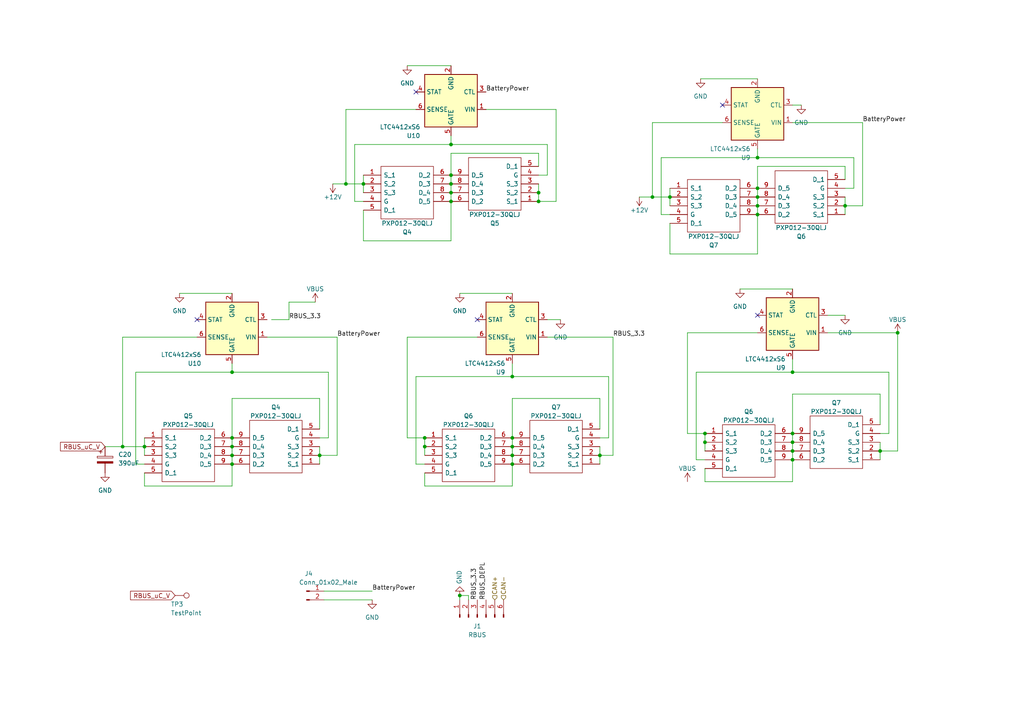
<source format=kicad_sch>
(kicad_sch (version 20230121) (generator eeschema)
  (paper "A4")
  (lib_symbols
    (symbol "Connector:Conn_01x02_Male" (pin_names (offset 1.016) hide)
      (property "Reference" "J" (at 0 2.54 0))
      (property "Value" "Conn_01x02_Male" (at 0 -5.08 0))
      (symbol "Conn_01x02_Male_1_1"
        (polyline (pts (xy 1.27 -2.54) (xy 0.8636 -2.54)) (stroke (width 0.1524)))
        (polyline (pts (xy 1.27 0) (xy 0.8636 0)) (stroke (width 0.1524)))
        (rectangle (start 0.8636 -2.413) (end 0 -2.667) (stroke (width 0.1524)) (fill (type outline)))
        (rectangle (start 0.8636 0.127) (end 0 -0.127) (stroke (width 0.1524)) (fill (type outline)))
        (pin passive line (at 5.08 0 180) (length 3.81) (name "Pin_1") (number "1"))
        (pin passive line (at 5.08 -2.54 180) (length 3.81) (name "Pin_2") (number "2"))
      )
    )
    (symbol "Connector:Conn_01x06_Male" (pin_names (offset 1.016) hide)
      (property "Reference" "J" (at 0 7.62 0))
      (property "Value" "Conn_01x06_Male" (at 0 -10.16 0))
      (symbol "Conn_01x06_Male_1_1"
        (polyline (pts (xy 1.27 -7.62) (xy 0.8636 -7.62)) (stroke (width 0.1524)))
        (polyline (pts (xy 1.27 -5.08) (xy 0.8636 -5.08)) (stroke (width 0.1524)))
        (polyline (pts (xy 1.27 -2.54) (xy 0.8636 -2.54)) (stroke (width 0.1524)))
        (polyline (pts (xy 1.27 0) (xy 0.8636 0)) (stroke (width 0.1524)))
        (polyline (pts (xy 1.27 2.54) (xy 0.8636 2.54)) (stroke (width 0.1524)))
        (polyline (pts (xy 1.27 5.08) (xy 0.8636 5.08)) (stroke (width 0.1524)))
        (rectangle (start 0.8636 -7.493) (end 0 -7.747) (stroke (width 0.1524)) (fill (type outline)))
        (rectangle (start 0.8636 -4.953) (end 0 -5.207) (stroke (width 0.1524)) (fill (type outline)))
        (rectangle (start 0.8636 -2.413) (end 0 -2.667) (stroke (width 0.1524)) (fill (type outline)))
        (rectangle (start 0.8636 0.127) (end 0 -0.127) (stroke (width 0.1524)) (fill (type outline)))
        (rectangle (start 0.8636 2.667) (end 0 2.413) (stroke (width 0.1524)) (fill (type outline)))
        (rectangle (start 0.8636 5.207) (end 0 4.953) (stroke (width 0.1524)) (fill (type outline)))
        (pin passive line (at 5.08 5.08 180) (length 3.81) (name "Pin_1") (number "1"))
        (pin passive line (at 5.08 2.54 180) (length 3.81) (name "Pin_2") (number "2"))
        (pin passive line (at 5.08 0 180) (length 3.81) (name "Pin_3") (number "3"))
        (pin passive line (at 5.08 -2.54 180) (length 3.81) (name "Pin_4") (number "4"))
        (pin passive line (at 5.08 -5.08 180) (length 3.81) (name "Pin_5") (number "5"))
        (pin passive line (at 5.08 -7.62 180) (length 3.81) (name "Pin_6") (number "6"))
      )
    )
    (symbol "Connector:TestPoint" (pin_numbers hide) (pin_names (offset 0.762) hide)
      (property "Reference" "TP" (at 0 6.858 0))
      (property "Value" "TestPoint" (at 0 5.08 0))
      (symbol "TestPoint_0_1"
        (circle (center 0 3.302) (radius 0.762))
      )
      (symbol "TestPoint_1_1"
        (pin passive line (at 0 0 90) (length 2.54) (name "1") (number "1"))
      )
    )
    (symbol "Device:C_Polarized" (pin_numbers hide) (pin_names (offset 0.254))
      (property "Reference" "C" (at 0.635 2.54 0))
      (property "Value" "C_Polarized" (at 0.635 -2.54 0))
      (symbol "C_Polarized_0_1"
        (rectangle (start -2.286 0.508) (end 2.286 1.016))
        (polyline (pts (xy -1.778 2.286) (xy -0.762 2.286)))
        (polyline (pts (xy -1.27 2.794) (xy -1.27 1.778)))
        (rectangle (start 2.286 -0.508) (end -2.286 -1.016) (fill (type outline)))
      )
      (symbol "C_Polarized_1_1"
        (pin passive line (at 0 3.81 270) (length 2.794) (name "~") (number "1"))
        (pin passive line (at 0 -3.81 90) (length 2.794) (name "~") (number "2"))
      )
    )
    (symbol "Power_Management:LTC4412xS6"
      (property "Reference" "U" (at -6.35 8.89 0))
      (property "Value" "LTC4412xS6" (at 6.35 8.89 0))
      (symbol "LTC4412xS6_0_1"
        (rectangle (start -7.62 7.62) (end 7.62 -7.62) (stroke (width 0.254)) (fill (type background)))
      )
      (symbol "LTC4412xS6_1_1"
        (pin power_in line (at -10.16 2.54 0) (length 2.54) (name "VIN") (number "1"))
        (pin power_in line (at 0 -10.16 90) (length 2.54) (name "GND") (number "2"))
        (pin input line (at -10.16 -2.54 0) (length 2.54) (name "CTL") (number "3"))
        (pin open_collector line (at 10.16 -2.54 180) (length 2.54) (name "STAT") (number "4"))
        (pin output line (at 0 10.16 270) (length 2.54) (name "GATE") (number "5"))
        (pin input line (at 10.16 2.54 180) (length 2.54) (name "SENSE") (number "6"))
      )
    )
    (symbol "VBUS_2" (power) (pin_names (offset 0))
      (property "Value" "VBUS_2" (at 0 3.81 0))
      (symbol "VBUS_2_0_1"
        (polyline (pts (xy -0.762 1.27) (xy 0 2.54)))
        (polyline (pts (xy 0 0) (xy 0 2.54)))
        (polyline (pts (xy 0 2.54) (xy 0.762 1.27)))
      )
      (symbol "VBUS_2_1_1"
        (pin power_in line (at 0 0 90) (length 0) hide (name "VBUS") (number "1"))
      )
    )
    (symbol "iclr:PXP012-30QLJ" (pin_names (offset 0.762))
      (property "Reference" "Q" (at 21.59 7.62 0))
      (property "Value" "PXP012-30QLJ" (at 21.59 5.08 0))
      (symbol "PXP012-30QLJ_0_0"
        (pin passive line (at 0 0 0) (length 5.08) (name "S_1") (number "1"))
        (pin passive line (at 0 -2.54 0) (length 5.08) (name "S_2") (number "2"))
        (pin passive line (at 0 -5.08 0) (length 5.08) (name "S_3") (number "3"))
        (pin passive line (at 0 -7.62 0) (length 5.08) (name "G") (number "4"))
        (pin passive line (at 0 -10.16 0) (length 5.08) (name "D_1") (number "5"))
        (pin passive line (at 25.4 0 180) (length 5.08) (name "D_2") (number "6"))
        (pin passive line (at 25.4 -2.54 180) (length 5.08) (name "D_3") (number "7"))
        (pin passive line (at 25.4 -5.08 180) (length 5.08) (name "D_4") (number "8"))
        (pin passive line (at 25.4 -7.62 180) (length 5.08) (name "D_5") (number "9"))
      )
      (symbol "PXP012-30QLJ_0_1"
        (polyline (pts (xy 5.08 2.54) (xy 20.32 2.54) (xy 20.32 -12.7) (xy 5.08 -12.7) (xy 5.08 2.54)) (stroke (width 0.1524)))
      )
    )
    (symbol "power:+12V" (power) (pin_names (offset 0))
      (property "Value" "+12V" (at 0 3.556 0))
      (symbol "+12V_0_1"
        (polyline (pts (xy -0.762 1.27) (xy 0 2.54)))
        (polyline (pts (xy 0 0) (xy 0 2.54)))
        (polyline (pts (xy 0 2.54) (xy 0.762 1.27)))
      )
      (symbol "+12V_1_1"
        (pin power_in line (at 0 0 90) (length 0) hide (name "+12V") (number "1"))
      )
    )
    (symbol "power:GND" (power) (pin_names (offset 0))
      (property "Value" "GND" (at 0 -3.81 0))
      (symbol "GND_0_1"
        (polyline (pts (xy 0 0) (xy 0 -1.27) (xy 1.27 -1.27) (xy 0 -2.54) (xy -1.27 -1.27) (xy 0 -1.27)))
      )
      (symbol "GND_1_1"
        (pin power_in line (at 0 0 270) (length 0) hide (name "GND") (number "1"))
      )
    )
    (symbol "power:VBUS" (power) (pin_names (offset 0))
      (property "Value" "VBUS" (at 0 3.81 0))
      (symbol "VBUS_0_1"
        (polyline (pts (xy -0.762 1.27) (xy 0 2.54)))
        (polyline (pts (xy 0 0) (xy 0 2.54)))
        (polyline (pts (xy 0 2.54) (xy 0.762 1.27)))
      )
      (symbol "VBUS_1_1"
        (pin power_in line (at 0 0 90) (length 0) hide (name "VBUS") (number "1"))
      )
    )
  )
  (junction (at 67.31 134.62))
  (junction (at 123.19 127))
  (junction (at 189.23 57.15))
  (junction (at 229.87 125.73))
  (junction (at 130.81 55.88))
  (junction (at 194.31 57.15))
  (junction (at 260.35 96.52))
  (junction (at 148.59 134.62))
  (junction (at 92.71 132.08))
  (junction (at 41.91 129.54))
  (junction (at 148.59 129.54))
  (junction (at 156.21 55.88))
  (junction (at 130.81 41.91))
  (junction (at 245.11 59.69))
  (junction (at 229.87 133.35))
  (junction (at 130.81 50.8))
  (junction (at 130.81 58.42))
  (junction (at 67.31 127))
  (junction (at 100.33 53.34))
  (junction (at 219.71 57.15))
  (junction (at 219.71 54.61))
  (junction (at 255.27 130.81))
  (junction (at 123.19 129.54))
  (junction (at 148.59 132.08))
  (junction (at 105.41 53.34))
  (junction (at 67.31 129.54))
  (junction (at 148.59 127))
  (junction (at 148.59 109.22))
  (junction (at 133.35 172.72))
  (junction (at 130.81 53.34))
  (junction (at 67.31 132.08))
  (junction (at 219.71 45.72))
  (junction (at 229.87 130.81))
  (junction (at 67.31 107.95))
  (junction (at 204.47 125.73))
  (junction (at 156.21 58.42))
  (junction (at 229.87 128.27))
  (junction (at 35.56 129.54))
  (junction (at 229.87 107.95))
  (junction (at 219.71 59.69))
  (junction (at 173.99 132.08))
  (junction (at 219.71 62.23))
  (junction (at 204.47 128.27))
  (no_connect (at 219.71 91.44))
  (no_connect (at 209.55 30.48))
  (no_connect (at 57.15 92.71))
  (no_connect (at 138.43 92.71))
  (no_connect (at 120.65 26.67))
  (wire (pts (xy 118.11 127) (xy 118.11 97.79)))
  (wire (pts (xy 219.71 62.23) (xy 219.71 73.66)))
  (wire (pts (xy 67.31 129.54) (xy 67.31 132.08)))
  (wire (pts (xy 204.47 128.27) (xy 204.47 130.81)))
  (wire (pts (xy 173.99 132.08) (xy 173.99 134.62)))
  (wire (pts (xy 100.33 53.34) (xy 105.41 53.34)))
  (wire (pts (xy 130.81 69.85) (xy 105.41 69.85)))
  (wire (pts (xy 41.91 140.97) (xy 67.31 140.97)))
  (wire (pts (xy 123.19 140.97) (xy 123.19 137.16)))
  (wire (pts (xy 173.99 132.08) (xy 177.8 132.08)))
  (wire (pts (xy 173.99 127) (xy 176.53 127)))
  (wire (pts (xy 130.81 58.42) (xy 130.81 69.85)))
  (wire (pts (xy 100.33 31.75) (xy 120.65 31.75)))
  (wire (pts (xy 260.35 96.52) (xy 240.03 96.52)))
  (wire (pts (xy 120.65 109.22) (xy 148.59 109.22)))
  (wire (pts (xy 118.11 97.79) (xy 138.43 97.79)))
  (wire (pts (xy 39.37 107.95) (xy 67.31 107.95)))
  (wire (pts (xy 229.87 107.95) (xy 257.81 107.95)))
  (wire (pts (xy 162.56 92.71) (xy 158.75 92.71)))
  (wire (pts (xy 130.81 55.88) (xy 130.81 53.34)))
  (wire (pts (xy 39.37 134.62) (xy 39.37 107.95)))
  (wire (pts (xy 185.42 57.15) (xy 189.23 57.15)))
  (wire (pts (xy 214.63 83.82) (xy 229.87 83.82)))
  (wire (pts (xy 67.31 107.95) (xy 95.25 107.95)))
  (wire (pts (xy 148.59 140.97) (xy 148.59 134.62)))
  (wire (pts (xy 123.19 129.54) (xy 123.19 132.08)))
  (wire (pts (xy 140.97 31.75) (xy 161.29 31.75)))
  (wire (pts (xy 107.95 173.99) (xy 93.98 173.99)))
  (wire (pts (xy 67.31 115.57) (xy 92.71 115.57)))
  (wire (pts (xy 203.2 22.86) (xy 219.71 22.86)))
  (wire (pts (xy 194.31 59.69) (xy 194.31 57.15)))
  (wire (pts (xy 120.65 134.62) (xy 120.65 109.22)))
  (wire (pts (xy 118.11 19.05) (xy 130.81 19.05)))
  (wire (pts (xy 135.89 172.72) (xy 133.35 172.72)))
  (wire (pts (xy 229.87 35.56) (xy 250.19 35.56)))
  (wire (pts (xy 100.33 53.34) (xy 100.33 31.75)))
  (wire (pts (xy 148.59 129.54) (xy 148.59 132.08)))
  (wire (pts (xy 204.47 139.7) (xy 204.47 135.89)))
  (wire (pts (xy 229.87 125.73) (xy 229.87 128.27)))
  (wire (pts (xy 130.81 58.42) (xy 130.81 55.88)))
  (wire (pts (xy 105.41 69.85) (xy 105.41 60.96)))
  (wire (pts (xy 250.19 59.69) (xy 245.11 59.69)))
  (wire (pts (xy 194.31 57.15) (xy 189.23 57.15)))
  (wire (pts (xy 219.71 59.69) (xy 219.71 57.15)))
  (wire (pts (xy 232.41 30.48) (xy 229.87 30.48)))
  (wire (pts (xy 92.71 127) (xy 95.25 127)))
  (wire (pts (xy 67.31 105.41) (xy 67.31 107.95)))
  (wire (pts (xy 219.71 73.66) (xy 194.31 73.66)))
  (wire (pts (xy 83.82 87.63) (xy 83.82 92.71)))
  (wire (pts (xy 35.56 97.79) (xy 35.56 129.54)))
  (wire (pts (xy 199.39 125.73) (xy 204.47 125.73)))
  (wire (pts (xy 255.27 125.73) (xy 257.81 125.73)))
  (wire (pts (xy 92.71 115.57) (xy 92.71 124.46)))
  (wire (pts (xy 148.59 127) (xy 148.59 115.57)))
  (wire (pts (xy 41.91 129.54) (xy 41.91 132.08)))
  (wire (pts (xy 189.23 57.15) (xy 189.23 35.56)))
  (wire (pts (xy 92.71 132.08) (xy 92.71 134.62)))
  (wire (pts (xy 123.19 134.62) (xy 120.65 134.62)))
  (wire (pts (xy 148.59 115.57) (xy 173.99 115.57)))
  (wire (pts (xy 118.11 127) (xy 123.19 127)))
  (wire (pts (xy 201.93 133.35) (xy 201.93 107.95)))
  (wire (pts (xy 41.91 140.97) (xy 41.91 137.16)))
  (wire (pts (xy 135.89 173.99) (xy 135.89 172.72)))
  (wire (pts (xy 67.31 140.97) (xy 67.31 134.62)))
  (wire (pts (xy 245.11 54.61) (xy 247.65 54.61)))
  (wire (pts (xy 102.87 41.91) (xy 130.81 41.91)))
  (wire (pts (xy 219.71 43.18) (xy 219.71 45.72)))
  (wire (pts (xy 245.11 48.26) (xy 245.11 52.07)))
  (wire (pts (xy 96.52 53.34) (xy 100.33 53.34)))
  (wire (pts (xy 133.35 85.09) (xy 148.59 85.09)))
  (wire (pts (xy 67.31 127) (xy 67.31 129.54)))
  (wire (pts (xy 255.27 114.3) (xy 255.27 123.19)))
  (wire (pts (xy 161.29 58.42) (xy 156.21 58.42)))
  (wire (pts (xy 107.95 171.45) (xy 93.98 171.45)))
  (wire (pts (xy 92.71 132.08) (xy 97.79 132.08)))
  (wire (pts (xy 219.71 57.15) (xy 219.71 54.61)))
  (wire (pts (xy 148.59 109.22) (xy 148.59 105.41)))
  (wire (pts (xy 255.27 130.81) (xy 260.35 130.81)))
  (wire (pts (xy 201.93 107.95) (xy 229.87 107.95)))
  (wire (pts (xy 41.91 129.54) (xy 41.91 127)))
  (wire (pts (xy 229.87 128.27) (xy 229.87 130.81)))
  (wire (pts (xy 133.35 173.99) (xy 133.35 172.72)))
  (wire (pts (xy 67.31 127) (xy 67.31 115.57)))
  (wire (pts (xy 130.81 39.37) (xy 130.81 41.91)))
  (wire (pts (xy 191.77 62.23) (xy 191.77 45.72)))
  (wire (pts (xy 130.81 44.45) (xy 130.81 50.8)))
  (wire (pts (xy 105.41 53.34) (xy 105.41 50.8)))
  (wire (pts (xy 245.11 62.23) (xy 245.11 59.69)))
  (wire (pts (xy 92.71 129.54) (xy 92.71 132.08)))
  (wire (pts (xy 219.71 48.26) (xy 219.71 54.61)))
  (wire (pts (xy 204.47 125.73) (xy 204.47 128.27)))
  (wire (pts (xy 229.87 114.3) (xy 255.27 114.3)))
  (wire (pts (xy 158.75 41.91) (xy 158.75 50.8)))
  (wire (pts (xy 199.39 125.73) (xy 199.39 96.52)))
  (wire (pts (xy 123.19 140.97) (xy 148.59 140.97)))
  (wire (pts (xy 156.21 44.45) (xy 156.21 48.26)))
  (wire (pts (xy 78.74 92.71) (xy 83.82 92.71)))
  (wire (pts (xy 105.41 58.42) (xy 102.87 58.42)))
  (wire (pts (xy 229.87 130.81) (xy 229.87 133.35)))
  (wire (pts (xy 247.65 45.72) (xy 247.65 54.61)))
  (wire (pts (xy 260.35 96.52) (xy 260.35 130.81)))
  (wire (pts (xy 250.19 35.56) (xy 250.19 59.69)))
  (wire (pts (xy 229.87 125.73) (xy 229.87 114.3)))
  (wire (pts (xy 245.11 91.44) (xy 240.03 91.44)))
  (wire (pts (xy 204.47 133.35) (xy 201.93 133.35)))
  (wire (pts (xy 199.39 96.52) (xy 219.71 96.52)))
  (wire (pts (xy 123.19 127) (xy 123.19 129.54)))
  (wire (pts (xy 255.27 128.27) (xy 255.27 130.81)))
  (wire (pts (xy 83.82 87.63) (xy 91.44 87.63)))
  (wire (pts (xy 257.81 125.73) (xy 257.81 107.95)))
  (wire (pts (xy 52.07 85.09) (xy 67.31 85.09)))
  (wire (pts (xy 229.87 107.95) (xy 229.87 104.14)))
  (wire (pts (xy 148.59 132.08) (xy 148.59 134.62)))
  (wire (pts (xy 161.29 31.75) (xy 161.29 58.42)))
  (wire (pts (xy 194.31 62.23) (xy 191.77 62.23)))
  (wire (pts (xy 156.21 44.45) (xy 130.81 44.45)))
  (wire (pts (xy 245.11 59.69) (xy 245.11 57.15)))
  (wire (pts (xy 229.87 139.7) (xy 229.87 133.35)))
  (wire (pts (xy 130.81 53.34) (xy 130.81 50.8)))
  (wire (pts (xy 148.59 127) (xy 148.59 129.54)))
  (wire (pts (xy 97.79 97.79) (xy 77.47 97.79)))
  (wire (pts (xy 97.79 132.08) (xy 97.79 97.79)))
  (wire (pts (xy 194.31 57.15) (xy 194.31 54.61)))
  (wire (pts (xy 219.71 62.23) (xy 219.71 59.69)))
  (wire (pts (xy 35.56 129.54) (xy 30.48 129.54)))
  (wire (pts (xy 176.53 127) (xy 176.53 109.22)))
  (wire (pts (xy 41.91 134.62) (xy 39.37 134.62)))
  (wire (pts (xy 35.56 129.54) (xy 41.91 129.54)))
  (wire (pts (xy 102.87 58.42) (xy 102.87 41.91)))
  (wire (pts (xy 177.8 97.79) (xy 177.8 132.08)))
  (wire (pts (xy 156.21 58.42) (xy 156.21 55.88)))
  (wire (pts (xy 95.25 127) (xy 95.25 107.95)))
  (wire (pts (xy 156.21 55.88) (xy 156.21 53.34)))
  (wire (pts (xy 173.99 115.57) (xy 173.99 124.46)))
  (wire (pts (xy 189.23 35.56) (xy 209.55 35.56)))
  (wire (pts (xy 158.75 97.79) (xy 177.8 97.79)))
  (wire (pts (xy 245.11 48.26) (xy 219.71 48.26)))
  (wire (pts (xy 255.27 130.81) (xy 255.27 133.35)))
  (wire (pts (xy 204.47 139.7) (xy 229.87 139.7)))
  (wire (pts (xy 219.71 45.72) (xy 247.65 45.72)))
  (wire (pts (xy 173.99 129.54) (xy 173.99 132.08)))
  (wire (pts (xy 35.56 97.79) (xy 57.15 97.79)))
  (wire (pts (xy 105.41 55.88) (xy 105.41 53.34)))
  (wire (pts (xy 191.77 45.72) (xy 219.71 45.72)))
  (wire (pts (xy 148.59 109.22) (xy 176.53 109.22)))
  (wire (pts (xy 156.21 50.8) (xy 158.75 50.8)))
  (wire (pts (xy 194.31 73.66) (xy 194.31 64.77)))
  (wire (pts (xy 130.81 41.91) (xy 158.75 41.91)))
  (wire (pts (xy 67.31 132.08) (xy 67.31 134.62)))
  (label "RBUS_3.3" (at 138.43 173.99 90))
  (label "BatteryPower" (at 97.79 97.79 0))
  (label "RBUS_3.3" (at 177.8 97.79 0))
  (label "BatteryPower" (at 250.19 35.56 0))
  (label "BatteryPower" (at 107.95 171.45 0))
  (label "RBUS_DEPL" (at 140.97 173.99 90))
  (label "BatteryPower" (at 140.97 26.67 0))
  (label "RBUS_3.3" (at 83.82 92.71 0))
  (global_label "RBUS_uC_V" (shape input) (at 30.48 129.54 180) (property "Intersheetrefs" "${INTERSHEET_REFS}" (effects hide)))
  (global_label "RBUS_uC_V" (shape input) (at 50.8 172.72 180) (property "Intersheetrefs" "${INTERSHEET_REFS}" (effects hide)))
  (hierarchical_label "CAN+" (shape input) (at 143.51 173.99 90))
  (hierarchical_label "CAN-" (shape input) (at 146.05 173.99 90))
  (symbol (lib_id "Power_Management:LTC4412xS6") (at 67.31 95.25 180) (unit 1)
    (property "Reference" "U10" (at 58.42 105.41 0) (effects (justify left)))
    (property "Value" "LTC4412xS6" (at 58.42 102.87 0) (effects (justify left)))
    (property "Footprint" "Package_TO_SOT_SMD:TSOT-23-6" (effects hide))
    (property "Datasheet" "https://www.analog.com/media/en/technical-documentation/data-sheets/4412fb.pdf" (effects hide))
    (instances (project "Canardboard" (path "" (reference "U10") (unit 1)) (path "" (reference "U4") (unit 1)) (path "" (reference "U4") (unit 1)) (path "" (reference "U11") (unit 1))))
  )
  (symbol (lib_id "iclr:PXP012-30QLJ") (at 105.41 50.8 0) (unit 1)
    (property "Reference" "Q4" (at 118.11 67.31 0))
    (property "Value" "PXP012-30QLJ" (at 118.11 64.77 0))
    (property "Footprint" "iclr:PXP01230QLJ" (effects hide))
    (property "Datasheet" "https://assets.nexperia.com/documents/data-sheet/PXP012-30QL.pdf" (effects hide))
    (property "Description" "P-channel enhancement mode Field-Effect Transistor (FET) in an MLPAK33 (SOT8002) Surface-Mounted Device (SMD) plastic package using Trench MOSFET technology." (effects hide))
    (property "Height" "0.9" (effects hide))
    (property "Manufacturer_Name" "Nexperia" (effects hide))
    (property "Manufacturer_Part_Number" "PXP012-30QLJ" (effects hide))
    (property "Mouser Part Number" "771-PXP012-30QLJ" (effects hide))
    (property "Mouser Price/Stock" "https://www.mouser.co.uk/ProductDetail/Nexperia/PXP012-30QLJ?qs=MyNHzdoqoQJZrENr6odxAg%3D%3D" (effects hide))
    (instances (project "Canardboard" (path "" (reference "Q4") (unit 1)) (path "" (reference "Q2") (unit 1))))
  )
  (symbol (lib_id "power:GND") (at 30.48 137.16 0) (unit 1)
    (property "Reference" "#PWR065" (effects hide))
    (property "Value" "GND" (at 30.48 142.24 0))
    (instances (project "Canardboard" (path "" (reference "#PWR065") (unit 1)) (path "" (reference "#PWR066") (unit 1)) (path "" (reference "#PWR036") (unit 1)) (path "" (reference "#PWR049") (unit 1))))
  )
  (symbol (lib_id "power:GND") (at 52.07 85.09 0) (unit 1)
    (property "Reference" "#PWR065" (effects hide))
    (property "Value" "GND" (at 52.07 90.17 0))
    (instances (project "Canardboard" (path "" (reference "#PWR065") (unit 1)) (path "" (reference "#PWR037") (unit 1)) (path "" (reference "#PWR036") (unit 1)) (path "" (reference "#PWR041") (unit 1))))
  )
  (symbol (lib_id "power:GND") (at 203.2 22.86 0) (mirror y) (unit 1)
    (property "Reference" "#PWR069" (effects hide))
    (property "Value" "GND" (at 203.2 27.94 0))
    (instances (project "Canardboard" (path "" (reference "#PWR069") (unit 1)) (path "" (reference "#PWR039") (unit 1)) (path "" (reference "#PWR066") (unit 1)) (path "" (reference "#PWR044") (unit 1))))
  )
  (symbol (lib_id "iclr:PXP012-30QLJ") (at 173.99 134.62 180) (unit 1)
    (property "Reference" "Q7" (at 161.29 118.11 0))
    (property "Value" "PXP012-30QLJ" (at 161.29 120.65 0))
    (property "Footprint" "iclr:PXP01230QLJ" (effects hide))
    (property "Datasheet" "https://assets.nexperia.com/documents/data-sheet/PXP012-30QL.pdf" (effects hide))
    (property "Description" "P-channel enhancement mode Field-Effect Transistor (FET) in an MLPAK33 (SOT8002) Surface-Mounted Device (SMD) plastic package using Trench MOSFET technology." (effects hide))
    (property "Height" "0.9" (effects hide))
    (property "Manufacturer_Name" "Nexperia" (effects hide))
    (property "Manufacturer_Part_Number" "PXP012-30QLJ" (effects hide))
    (property "Mouser Part Number" "771-PXP012-30QLJ" (effects hide))
    (property "Mouser Price/Stock" "https://www.mouser.co.uk/ProductDetail/Nexperia/PXP012-30QLJ?qs=MyNHzdoqoQJZrENr6odxAg%3D%3D" (effects hide))
    (instances (project "Canardboard" (path "" (reference "Q7") (unit 1)) (path "" (reference "Q9") (unit 1))))
  )
  (symbol (lib_id "iclr:PXP012-30QLJ") (at 92.71 134.62 180) (unit 1)
    (property "Reference" "Q4" (at 80.01 118.11 0))
    (property "Value" "PXP012-30QLJ" (at 80.01 120.65 0))
    (property "Footprint" "iclr:PXP01230QLJ" (effects hide))
    (property "Datasheet" "https://assets.nexperia.com/documents/data-sheet/PXP012-30QL.pdf" (effects hide))
    (property "Description" "P-channel enhancement mode Field-Effect Transistor (FET) in an MLPAK33 (SOT8002) Surface-Mounted Device (SMD) plastic package using Trench MOSFET technology." (effects hide))
    (property "Height" "0.9" (effects hide))
    (property "Manufacturer_Name" "Nexperia" (effects hide))
    (property "Manufacturer_Part_Number" "PXP012-30QLJ" (effects hide))
    (property "Mouser Part Number" "771-PXP012-30QLJ" (effects hide))
    (property "Mouser Price/Stock" "https://www.mouser.co.uk/ProductDetail/Nexperia/PXP012-30QLJ?qs=MyNHzdoqoQJZrENr6odxAg%3D%3D" (effects hide))
    (instances (project "Canardboard" (path "" (reference "Q4") (unit 1)) (path "" (reference "Q5") (unit 1))))
  )
  (symbol (lib_id "power:GND") (at 133.35 172.72 180) (unit 1)
    (property "Reference" "#PWR018" (effects hide))
    (property "Value" "GND" (at 133.223 169.4688 90) (effects (justify right)))
  )
  (symbol (lib_id "iclr:PXP012-30QLJ") (at 245.11 62.23 180) (unit 1)
    (property "Reference" "Q6" (at 232.41 68.58 0))
    (property "Value" "PXP012-30QLJ" (at 232.41 66.04 0))
    (property "Footprint" "iclr:PXP01230QLJ" (effects hide))
    (property "Datasheet" "https://assets.nexperia.com/documents/data-sheet/PXP012-30QL.pdf" (effects hide))
    (property "Description" "P-channel enhancement mode Field-Effect Transistor (FET) in an MLPAK33 (SOT8002) Surface-Mounted Device (SMD) plastic package using Trench MOSFET technology." (effects hide))
    (property "Height" "0.9" (effects hide))
    (property "Manufacturer_Name" "Nexperia" (effects hide))
    (property "Manufacturer_Part_Number" "PXP012-30QLJ" (effects hide))
    (property "Mouser Part Number" "771-PXP012-30QLJ" (effects hide))
    (property "Mouser Price/Stock" "https://www.mouser.co.uk/ProductDetail/Nexperia/PXP012-30QLJ?qs=MyNHzdoqoQJZrENr6odxAg%3D%3D" (effects hide))
    (instances (project "Canardboard" (path "" (reference "Q6") (unit 1)) (path "" (reference "Q4") (unit 1))))
  )
  (symbol (lib_id "power:GND") (at 232.41 30.48 0) (mirror y) (unit 1)
    (property "Reference" "#PWR069" (effects hide))
    (property "Value" "GND" (at 232.41 35.56 0))
    (instances (project "Canardboard" (path "" (reference "#PWR069") (unit 1)) (path "" (reference "#PWR039") (unit 1)) (path "" (reference "#PWR066") (unit 1)) (path "" (reference "#PWR039") (unit 1))))
  )
  (symbol (lib_id "power:+12V") (at 96.52 53.34 180) (unit 1)
    (property "Reference" "#PWR050" (effects hide))
    (property "Value" "+12V" (at 96.52 57.15 0))
  )
  (symbol (lib_id "Power_Management:LTC4412xS6") (at 229.87 93.98 180) (unit 1)
    (property "Reference" "U9" (at 227.8506 106.68 0) (effects (justify left)))
    (property "Value" "LTC4412xS6" (at 227.8506 104.14 0) (effects (justify left)))
    (property "Footprint" "Package_TO_SOT_SMD:TSOT-23-6" (effects hide))
    (property "Datasheet" "https://www.analog.com/media/en/technical-documentation/data-sheets/4412fb.pdf" (effects hide))
    (instances (project "Canardboard" (path "" (reference "U9") (unit 1)) (path "" (reference "U9") (unit 1)) (path "" (reference "U9") (unit 1)) (path "" (reference "U5") (unit 1))))
  )
  (symbol (lib_id "power:GND") (at 118.11 19.05 0) (unit 1)
    (property "Reference" "#PWR065" (effects hide))
    (property "Value" "GND" (at 118.11 24.13 0))
    (instances (project "Canardboard" (path "" (reference "#PWR065") (unit 1)) (path "" (reference "#PWR037") (unit 1)) (path "" (reference "#PWR036") (unit 1)) (path "" (reference "#PWR037") (unit 1))))
  )
  (symbol (lib_id "Connector:Conn_01x06_Male") (at 138.43 179.07 90) (unit 1)
    (property "Reference" "J1" (at 138.43 181.61 90))
    (property "Value" "RBUS" (at 138.43 184.15 90))
    (property "Footprint" "Connector_Molex:Molex_Mini-Fit_Jr_5569-06A2_2x03_P4.20mm_Horizontal" (effects hide))
  )
  (symbol (lib_id "power:GND") (at 107.95 173.99 0) (unit 1)
    (property "Reference" "#PWR065" (effects hide))
    (property "Value" "GND" (at 107.95 179.07 0))
    (instances (project "Canardboard" (path "" (reference "#PWR065") (unit 1)) (path "" (reference "#PWR036") (unit 1)) (path "" (reference "#PWR036") (unit 1)) (path "" (reference "#PWR036") (unit 1))))
  )
  (symbol (lib_id "iclr:PXP012-30QLJ") (at 123.19 127 0) (unit 1)
    (property "Reference" "Q6" (at 135.89 120.65 0))
    (property "Value" "PXP012-30QLJ" (at 135.89 123.19 0))
    (property "Footprint" "iclr:PXP01230QLJ" (effects hide))
    (property "Datasheet" "https://assets.nexperia.com/documents/data-sheet/PXP012-30QL.pdf" (effects hide))
    (property "Description" "P-channel enhancement mode Field-Effect Transistor (FET) in an MLPAK33 (SOT8002) Surface-Mounted Device (SMD) plastic package using Trench MOSFET technology." (effects hide))
    (property "Height" "0.9" (effects hide))
    (property "Manufacturer_Name" "Nexperia" (effects hide))
    (property "Manufacturer_Part_Number" "PXP012-30QLJ" (effects hide))
    (property "Mouser Part Number" "771-PXP012-30QLJ" (effects hide))
    (property "Mouser Price/Stock" "https://www.mouser.co.uk/ProductDetail/Nexperia/PXP012-30QLJ?qs=MyNHzdoqoQJZrENr6odxAg%3D%3D" (effects hide))
    (instances (project "Canardboard" (path "" (reference "Q6") (unit 1)) (path "" (reference "Q8") (unit 1))))
  )
  (symbol (lib_id "power:GND") (at 214.63 83.82 0) (mirror y) (unit 1)
    (property "Reference" "#PWR069" (effects hide))
    (property "Value" "GND" (at 214.63 88.9 0))
    (instances (project "Canardboard" (path "" (reference "#PWR069") (unit 1)) (path "" (reference "#PWR039") (unit 1)) (path "" (reference "#PWR066") (unit 1)) (path "" (reference "#PWR051") (unit 1))))
  )
  (symbol (lib_id "iclr:PXP012-30QLJ") (at 194.31 54.61 0) (unit 1)
    (property "Reference" "Q7" (at 207.01 71.12 0))
    (property "Value" "PXP012-30QLJ" (at 207.01 68.58 0))
    (property "Footprint" "iclr:PXP01230QLJ" (effects hide))
    (property "Datasheet" "https://assets.nexperia.com/documents/data-sheet/PXP012-30QL.pdf" (effects hide))
    (property "Description" "P-channel enhancement mode Field-Effect Transistor (FET) in an MLPAK33 (SOT8002) Surface-Mounted Device (SMD) plastic package using Trench MOSFET technology." (effects hide))
    (property "Height" "0.9" (effects hide))
    (property "Manufacturer_Name" "Nexperia" (effects hide))
    (property "Manufacturer_Part_Number" "PXP012-30QLJ" (effects hide))
    (property "Mouser Part Number" "771-PXP012-30QLJ" (effects hide))
    (property "Mouser Price/Stock" "https://www.mouser.co.uk/ProductDetail/Nexperia/PXP012-30QLJ?qs=MyNHzdoqoQJZrENr6odxAg%3D%3D" (effects hide))
    (instances (project "Canardboard" (path "" (reference "Q7") (unit 1)) (path "" (reference "Q6") (unit 1))))
  )
  (symbol (lib_name "VBUS_2") (lib_id "power:VBUS") (at 91.44 87.63 0) (unit 1)
    (property "Reference" "#PWR053" (effects hide))
    (property "Value" "VBUS" (at 91.44 83.82 0))
  )
  (symbol (lib_id "iclr:PXP012-30QLJ") (at 41.91 127 0) (unit 1)
    (property "Reference" "Q5" (at 54.61 120.65 0))
    (property "Value" "PXP012-30QLJ" (at 54.61 123.19 0))
    (property "Footprint" "iclr:PXP01230QLJ" (effects hide))
    (property "Datasheet" "https://assets.nexperia.com/documents/data-sheet/PXP012-30QL.pdf" (effects hide))
    (property "Description" "P-channel enhancement mode Field-Effect Transistor (FET) in an MLPAK33 (SOT8002) Surface-Mounted Device (SMD) plastic package using Trench MOSFET technology." (effects hide))
    (property "Height" "0.9" (effects hide))
    (property "Manufacturer_Name" "Nexperia" (effects hide))
    (property "Manufacturer_Part_Number" "PXP012-30QLJ" (effects hide))
    (property "Mouser Part Number" "771-PXP012-30QLJ" (effects hide))
    (property "Mouser Price/Stock" "https://www.mouser.co.uk/ProductDetail/Nexperia/PXP012-30QLJ?qs=MyNHzdoqoQJZrENr6odxAg%3D%3D" (effects hide))
    (instances (project "Canardboard" (path "" (reference "Q5") (unit 1)) (path "" (reference "Q3") (unit 1))))
  )
  (symbol (lib_id "Power_Management:LTC4412xS6") (at 219.71 33.02 180) (unit 1)
    (property "Reference" "U9" (at 217.6906 45.72 0) (effects (justify left)))
    (property "Value" "LTC4412xS6" (at 217.6906 43.18 0) (effects (justify left)))
    (property "Footprint" "Package_TO_SOT_SMD:TSOT-23-6" (effects hide))
    (property "Datasheet" "https://www.analog.com/media/en/technical-documentation/data-sheets/4412fb.pdf" (effects hide))
    (instances (project "Canardboard" (path "" (reference "U9") (unit 1)) (path "" (reference "U9") (unit 1)) (path "" (reference "U9") (unit 1)) (path "" (reference "U4") (unit 1))))
  )
  (symbol (lib_id "Power_Management:LTC4412xS6") (at 130.81 29.21 180) (unit 1)
    (property "Reference" "U10" (at 121.92 39.37 0) (effects (justify left)))
    (property "Value" "LTC4412xS6" (at 121.92 36.83 0) (effects (justify left)))
    (property "Footprint" "Package_TO_SOT_SMD:TSOT-23-6" (effects hide))
    (property "Datasheet" "https://www.analog.com/media/en/technical-documentation/data-sheets/4412fb.pdf" (effects hide))
    (instances (project "Canardboard" (path "" (reference "U10") (unit 1)) (path "" (reference "U4") (unit 1)) (path "" (reference "U4") (unit 1)) (path "" (reference "U3") (unit 1))))
  )
  (symbol (lib_id "iclr:PXP012-30QLJ") (at 204.47 125.73 0) (unit 1)
    (property "Reference" "Q6" (at 217.17 119.38 0))
    (property "Value" "PXP012-30QLJ" (at 217.17 121.92 0))
    (property "Footprint" "iclr:PXP01230QLJ" (effects hide))
    (property "Datasheet" "https://assets.nexperia.com/documents/data-sheet/PXP012-30QL.pdf" (effects hide))
    (property "Description" "P-channel enhancement mode Field-Effect Transistor (FET) in an MLPAK33 (SOT8002) Surface-Mounted Device (SMD) plastic package using Trench MOSFET technology." (effects hide))
    (property "Height" "0.9" (effects hide))
    (property "Manufacturer_Name" "Nexperia" (effects hide))
    (property "Manufacturer_Part_Number" "PXP012-30QLJ" (effects hide))
    (property "Mouser Part Number" "771-PXP012-30QLJ" (effects hide))
    (property "Mouser Price/Stock" "https://www.mouser.co.uk/ProductDetail/Nexperia/PXP012-30QLJ?qs=MyNHzdoqoQJZrENr6odxAg%3D%3D" (effects hide))
    (instances (project "Canardboard" (path "" (reference "Q6") (unit 1)) (path "" (reference "Q7") (unit 1))))
  )
  (symbol (lib_id "Connector:Conn_01x02_Male") (at 88.9 171.45 0) (unit 1)
    (property "Reference" "J4" (at 89.535 166.37 0))
    (property "Value" "Conn_01x02_Male" (at 95.25 168.91 0))
    (property "Footprint" "iclr:AMASS_XT60PW-F" (effects hide))
  )
  (symbol (lib_name "VBUS_2") (lib_id "power:VBUS") (at 260.35 96.52 0) (unit 1)
    (property "Reference" "#PWR047" (effects hide))
    (property "Value" "VBUS" (at 260.35 92.71 0))
  )
  (symbol (lib_id "power:VBUS") (at 199.39 139.7 0) (unit 1)
    (property "Reference" "#PWR042" (effects hide))
    (property "Value" "VBUS" (at 199.39 135.89 0))
  )
  (symbol (lib_id "Device:C_Polarized") (at 30.48 133.35 0) (unit 1)
    (property "Reference" "C20" (at 34.29 131.826 0) (effects (justify left)))
    (property "Value" "390uF" (at 34.29 134.366 0) (effects (justify left)))
    (property "Footprint" "Capacitor_SMD:CP_Elec_8x11.9" (effects hide))
  )
  (symbol (lib_id "power:GND") (at 133.35 85.09 0) (mirror y) (unit 1)
    (property "Reference" "#PWR069" (effects hide))
    (property "Value" "GND" (at 133.35 90.17 0))
    (instances (project "Canardboard" (path "" (reference "#PWR069") (unit 1)) (path "" (reference "#PWR039") (unit 1)) (path "" (reference "#PWR066") (unit 1)) (path "" (reference "#PWR045") (unit 1))))
  )
  (symbol (lib_id "Power_Management:LTC4412xS6") (at 148.59 95.25 180) (unit 1)
    (property "Reference" "U9" (at 146.5706 107.95 0) (effects (justify left)))
    (property "Value" "LTC4412xS6" (at 146.5706 105.41 0) (effects (justify left)))
    (property "Footprint" "Package_TO_SOT_SMD:TSOT-23-6" (effects hide))
    (property "Datasheet" "https://www.analog.com/media/en/technical-documentation/data-sheets/4412fb.pdf" (effects hide))
    (instances (project "Canardboard" (path "" (reference "U9") (unit 1)) (path "" (reference "U9") (unit 1)) (path "" (reference "U9") (unit 1)) (path "" (reference "U12") (unit 1))))
  )
  (symbol (lib_id "power:GND") (at 245.11 91.44 0) (unit 1)
    (property "Reference" "#PWR065" (effects hide))
    (property "Value" "GND" (at 245.11 96.52 0))
    (instances (project "Canardboard" (path "" (reference "#PWR065") (unit 1)) (path "" (reference "#PWR066") (unit 1)) (path "" (reference "#PWR036") (unit 1)) (path "" (reference "#PWR052") (unit 1))))
  )
  (symbol (lib_id "iclr:PXP012-30QLJ") (at 156.21 58.42 180) (unit 1)
    (property "Reference" "Q5" (at 143.51 64.77 0))
    (property "Value" "PXP012-30QLJ" (at 143.51 62.23 0))
    (property "Footprint" "iclr:PXP01230QLJ" (effects hide))
    (property "Datasheet" "https://assets.nexperia.com/documents/data-sheet/PXP012-30QL.pdf" (effects hide))
    (property "Description" "P-channel enhancement mode Field-Effect Transistor (FET) in an MLPAK33 (SOT8002) Surface-Mounted Device (SMD) plastic package using Trench MOSFET technology." (effects hide))
    (property "Height" "0.9" (effects hide))
    (property "Manufacturer_Name" "Nexperia" (effects hide))
    (property "Manufacturer_Part_Number" "PXP012-30QLJ" (effects hide))
    (property "Mouser Part Number" "771-PXP012-30QLJ" (effects hide))
    (property "Mouser Price/Stock" "https://www.mouser.co.uk/ProductDetail/Nexperia/PXP012-30QLJ?qs=MyNHzdoqoQJZrENr6odxAg%3D%3D" (effects hide))
    (instances (project "Canardboard" (path "" (reference "Q5") (unit 1)) (path "" (reference "Q1") (unit 1))))
  )
  (symbol (lib_id "power:+12V") (at 185.42 57.15 180) (unit 1)
    (property "Reference" "#PWR048" (effects hide))
    (property "Value" "+12V" (at 185.42 60.96 0))
  )
  (symbol (lib_id "iclr:PXP012-30QLJ") (at 255.27 133.35 180) (unit 1)
    (property "Reference" "Q7" (at 242.57 116.84 0))
    (property "Value" "PXP012-30QLJ" (at 242.57 119.38 0))
    (property "Footprint" "iclr:PXP01230QLJ" (effects hide))
    (property "Datasheet" "https://assets.nexperia.com/documents/data-sheet/PXP012-30QL.pdf" (effects hide))
    (property "Description" "P-channel enhancement mode Field-Effect Transistor (FET) in an MLPAK33 (SOT8002) Surface-Mounted Device (SMD) plastic package using Trench MOSFET technology." (effects hide))
    (property "Height" "0.9" (effects hide))
    (property "Manufacturer_Name" "Nexperia" (effects hide))
    (property "Manufacturer_Part_Number" "PXP012-30QLJ" (effects hide))
    (property "Mouser Part Number" "771-PXP012-30QLJ" (effects hide))
    (property "Mouser Price/Stock" "https://www.mouser.co.uk/ProductDetail/Nexperia/PXP012-30QLJ?qs=MyNHzdoqoQJZrENr6odxAg%3D%3D" (effects hide))
    (instances (project "Canardboard" (path "" (reference "Q7") (unit 1)) (path "" (reference "Q10") (unit 1))))
  )
  (symbol (lib_id "power:GND") (at 162.56 92.71 0) (unit 1)
    (property "Reference" "#PWR065" (effects hide))
    (property "Value" "GND" (at 162.56 97.79 0))
    (instances (project "Canardboard" (path "" (reference "#PWR065") (unit 1)) (path "" (reference "#PWR066") (unit 1)) (path "" (reference "#PWR036") (unit 1)) (path "" (reference "#PWR066") (unit 1))))
  )
  (symbol (lib_id "Connector:TestPoint") (at 50.8 172.72 270) (unit 1)
    (property "Reference" "TP5" (at 49.53 175.26 90) (effects (justify left)))
    (property "Value" "TestPoint" (at 49.53 177.7969 90) (effects (justify left)))
    (property "Footprint" "TestPoint:TestPoint_Pad_D1.5mm" (effects hide))
    (instances (project "Canardboard" (path "" (reference "TP3") (unit 1)) (path "" (reference "TP3") (unit 1))))
  )
)
</source>
